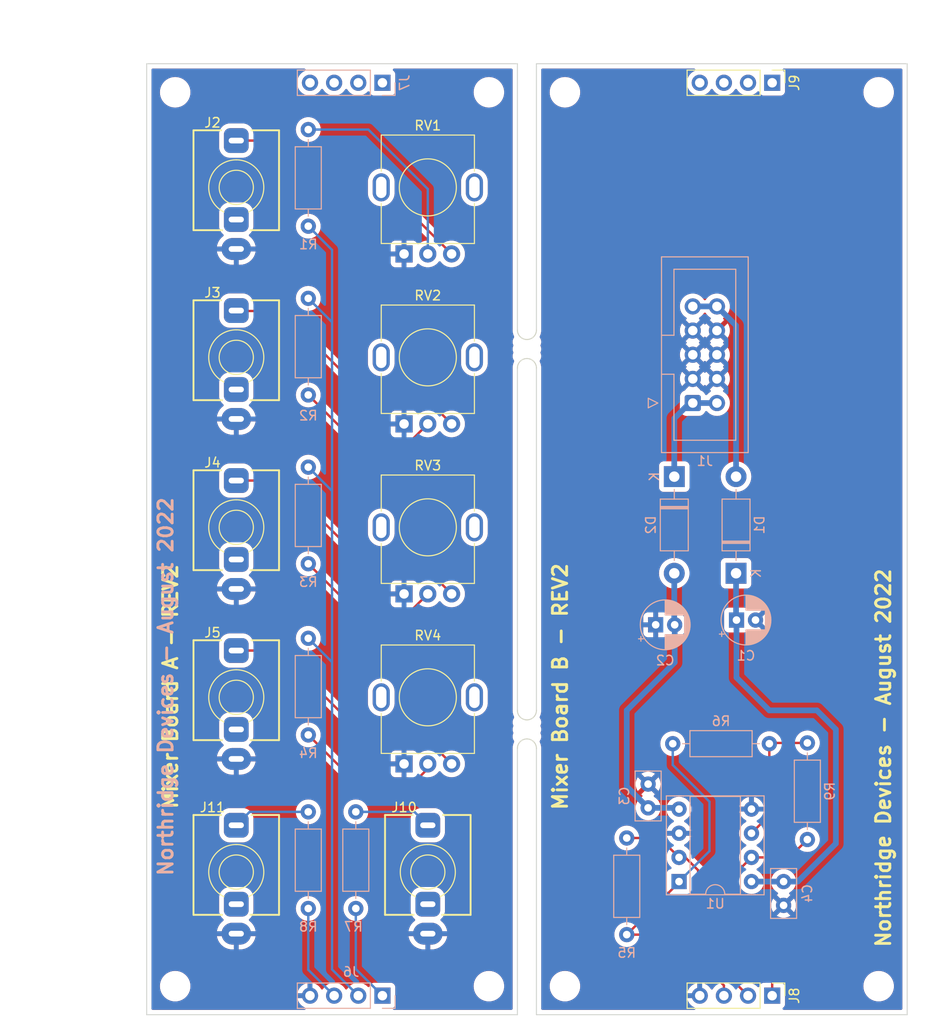
<source format=kicad_pcb>
(kicad_pcb (version 20211014) (generator pcbnew)
  (layers (0 "F.Cu" signal) (31 "B.Cu" signal) (34 "B.Paste" user) (35 "F.Paste" user) (36 "B.SilkS" user "B.Silkscreen") (37 "F.SilkS" user "F.Silkscreen") (38 "B.Mask" user) (39 "F.Mask" user) (44 "Edge.Cuts" user))
  (net 0 "")
  (net 1 "+12V")
  (net 2 "GND")
  (net 3 "-12V")
  (net 4 "Net-(D1-Pad2)")
  (net 5 "Net-(D2-Pad1)")
  (net 6 "Net-(J2-PadT)")
  (net 8 "Net-(J3-PadT)")
  (net 10 "Net-(J4-PadT)")
  (net 12 "Net-(J5-PadT)")
  (net 14 "Net-(R1-Pad2)")
  (net 15 "Net-(R2-Pad1)")
  (net 16 "Net-(R3-Pad1)")
  (net 17 "Net-(R4-Pad1)")
  (net 18 "Net-(R6-Pad1)")
  (net 19 "OUTPUT")
  (net 20 "OUTPUT_INV")
  (net 21 "INPUT_MIX")
  (net 22 "OUTPUT_BACK")
  (net 23 "INPUT_MIX_BACK")
  (net 24 "OUTPUT_INV_BACK")
  (net 33 "Net-(J10-PadT)")
  (net 35 "Net-(J11-PadT)")
  (footprint "Alpha_Pots:Potentiometer_Alpha_RV09AF-40-20K_Single_Vertical" (layer "F.Cu") (at 119.575 68.75)
    (fp_text reference "RV3" (at 0 -6.5 unlocked) (layer "F.SilkS"))
    (fp_text value "R_Potentiometer")
    (pad "" thru_hole oval locked (at -4.9 0) (size 1.8 2.95) (drill oval 1.1 2.25) (layers *.Cu *.Mask))
    (pad "" thru_hole oval locked (at 4.9 0) (size 1.8 2.95) (drill oval 1.1 2.25) (layers *.Cu *.Mask))
    (pad "1" thru_hole rect locked (at -2.5 7 90) (size 1.8 1.8) (drill 1) (layers *.Cu *.Mask) (net 2 "GND"))
    (pad "2" thru_hole circle locked (at 0 7 90) (size 1.8 1.8) (drill 1) (layers *.Cu *.Mask) (net 16 "Net-(R3-Pad1)"))
    (pad "3" thru_hole circle locked (at 2.5 7 90) (size 1.8 1.8) (drill 1) (layers *.Cu *.Mask) (net 10 "Net-(J4-PadT)"))
  )
  (footprint "MountingHole:MountingHole_2.2mm_M2" (layer "F.Cu") (at 134 23)
    (fp_text reference "H7" hide)
    (fp_text value "MountingHole" hide)
    (pad "" np_thru_hole circle locked (at 0 0) (size 2.2 2.2) (drill 2.2) (layers *.Cu *.Mask))
  )
  (footprint "Connector_PinHeader_2.54mm:PinHeader_1x04_P2.54mm_Vertical" (layer "F.Cu") (at 155.8 22 -90)
    (fp_text reference "J9" (at 0 -2.33 90) (layer "F.SilkS"))
    (fp_text value "Back_Board_Balance" hide)
    (pad "1" thru_hole rect (at 0 0 270) (size 1.7 1.7) (drill 1) (layers *.Cu *.Mask))
    (pad "2" thru_hole oval (at 0 2.54 270) (size 1.7 1.7) (drill 1) (layers *.Cu *.Mask))
    (pad "3" thru_hole oval (at 0 5.08 270) (size 1.7 1.7) (drill 1) (layers *.Cu *.Mask))
    (pad "4" thru_hole oval (at 0 7.62 270) (size 1.7 1.7) (drill 1) (layers *.Cu *.Mask))
  )
  (footprint "AudioJacks:Jack_3.5mm_QingPu_WQP-PJ398SM_Vertical" (layer "F.Cu") (at 99.425 105)
    (fp_text reference "J11" (at -2.5 -6.8) (layer "F.SilkS"))
    (fp_text value "Inverted")
    (pad "S" thru_hole oval locked (at 0 6.48) (size 3.1 2.3) (drill oval 1.6 0.6) (layers *.Cu *.Mask) (net 2 "GND"))
    (pad "T" thru_hole roundrect locked (at 0 -4.92) (size 2.6 2.6) (drill oval 1.6 0.6) (layers *.Cu *.Mask) (net 35 "Net-(J11-PadT)"))
    (pad "TN" thru_hole roundrect locked (at 0 3.38) (size 2.6 2.6) (drill oval 1.6 0.6) (layers *.Cu *.Mask))
  )
  (footprint "AudioJacks:Jack_3.5mm_QingPu_WQP-PJ398SM_Vertical" (layer "F.Cu") (at 99.425 33)
    (fp_text reference "J2" (at -2.5 -6.8) (layer "F.SilkS"))
    (fp_text value "Input 1")
    (pad "S" thru_hole oval locked (at 0 6.48) (size 3.1 2.3) (drill oval 1.6 0.6) (layers *.Cu *.Mask) (net 2 "GND"))
    (pad "T" thru_hole roundrect locked (at 0 -4.92) (size 2.6 2.6) (drill oval 1.6 0.6) (layers *.Cu *.Mask) (net 6 "Net-(J2-PadT)"))
    (pad "TN" thru_hole roundrect locked (at 0 3.38) (size 2.6 2.6) (drill oval 1.6 0.6) (layers *.Cu *.Mask))
  )
  (footprint "Alpha_Pots:Potentiometer_Alpha_RV09AF-40-20K_Single_Vertical" (layer "F.Cu") (at 119.575 50.875)
    (fp_text reference "RV2" (at 0 -6.5 unlocked) (layer "F.SilkS"))
    (fp_text value "R_Potentiometer")
    (pad "" thru_hole oval locked (at -4.9 0) (size 1.8 2.95) (drill oval 1.1 2.25) (layers *.Cu *.Mask))
    (pad "" thru_hole oval locked (at 4.9 0) (size 1.8 2.95) (drill oval 1.1 2.25) (layers *.Cu *.Mask))
    (pad "1" thru_hole rect locked (at -2.5 7 90) (size 1.8 1.8) (drill 1) (layers *.Cu *.Mask) (net 2 "GND"))
    (pad "2" thru_hole circle locked (at 0 7 90) (size 1.8 1.8) (drill 1) (layers *.Cu *.Mask) (net 15 "Net-(R2-Pad1)"))
    (pad "3" thru_hole circle locked (at 2.5 7 90) (size 1.8 1.8) (drill 1) (layers *.Cu *.Mask) (net 8 "Net-(J3-PadT)"))
  )
  (footprint "Alpha_Pots:Potentiometer_Alpha_RV09AF-40-20K_Single_Vertical" (layer "F.Cu") (at 119.575 86.625)
    (fp_text reference "RV4" (at 0 -6.5 unlocked) (layer "F.SilkS"))
    (fp_text value "R_Potentiometer")
    (pad "" thru_hole oval locked (at 4.9 0) (size 1.8 2.95) (drill oval 1.1 2.25) (layers *.Cu *.Mask))
    (pad "" thru_hole oval locked (at -4.9 0) (size 1.8 2.95) (drill oval 1.1 2.25) (layers *.Cu *.Mask))
    (pad "1" thru_hole rect locked (at -2.5 7 90) (size 1.8 1.8) (drill 1) (layers *.Cu *.Mask) (net 2 "GND"))
    (pad "2" thru_hole circle locked (at 0 7 90) (size 1.8 1.8) (drill 1) (layers *.Cu *.Mask) (net 17 "Net-(R4-Pad1)"))
    (pad "3" thru_hole circle locked (at 2.5 7 90) (size 1.8 1.8) (drill 1) (layers *.Cu *.Mask) (net 12 "Net-(J5-PadT)"))
  )
  (footprint "AudioJacks:Jack_3.5mm_QingPu_WQP-PJ398SM_Vertical" (layer "F.Cu") (at 119.575 105)
    (fp_text reference "J10" (at -2.5 -6.8) (layer "F.SilkS"))
    (fp_text value "Output")
    (pad "S" thru_hole oval locked (at 0 6.48) (size 3.1 2.3) (drill oval 1.6 0.6) (layers *.Cu *.Mask) (net 2 "GND"))
    (pad "T" thru_hole roundrect locked (at 0 -4.92) (size 2.6 2.6) (drill oval 1.6 0.6) (layers *.Cu *.Mask) (net 33 "Net-(J10-PadT)"))
    (pad "TN" thru_hole roundrect locked (at 0 3.38) (size 2.6 2.6) (drill oval 1.6 0.6) (layers *.Cu *.Mask))
  )
  (footprint "MountingHole:MountingHole_2.2mm_M2" (layer "F.Cu") (at 167 117)
    (fp_text reference "H6" hide)
    (fp_text value "MountingHole" hide)
    (pad "" np_thru_hole circle locked (at 0 0) (size 2.2 2.2) (drill 2.2) (layers *.Cu *.Mask))
  )
  (footprint "AudioJacks:Jack_3.5mm_QingPu_WQP-PJ398SM_Vertical" (layer "F.Cu") (at 99.425 86.625)
    (fp_text reference "J5" (at -2.5 -6.8) (layer "F.SilkS"))
    (fp_text value "Input 4")
    (pad "S" thru_hole oval locked (at 0 6.48) (size 3.1 2.3) (drill oval 1.6 0.6) (layers *.Cu *.Mask) (net 2 "GND"))
    (pad "T" thru_hole roundrect locked (at 0 -4.92) (size 2.6 2.6) (drill oval 1.6 0.6) (layers *.Cu *.Mask) (net 12 "Net-(J5-PadT)"))
    (pad "TN" thru_hole roundrect locked (at 0 3.38) (size 2.6 2.6) (drill oval 1.6 0.6) (layers *.Cu *.Mask))
  )
  (footprint "AudioJacks:Jack_3.5mm_QingPu_WQP-PJ398SM_Vertical" (layer "F.Cu") (at 99.425 50.875)
    (fp_text reference "J3" (at -2.5 -6.8) (layer "F.SilkS"))
    (fp_text value "Input 2")
    (pad "S" thru_hole oval locked (at 0 6.48) (size 3.1 2.3) (drill oval 1.6 0.6) (layers *.Cu *.Mask) (net 2 "GND"))
    (pad "T" thru_hole roundrect locked (at 0 -4.92) (size 2.6 2.6) (drill oval 1.6 0.6) (layers *.Cu *.Mask) (net 8 "Net-(J3-PadT)"))
    (pad "TN" thru_hole roundrect locked (at 0 3.38) (size 2.6 2.6) (drill oval 1.6 0.6) (layers *.Cu *.Mask))
  )
  (footprint "MountingHole:MountingHole_2.2mm_M2" (layer "F.Cu") (at 93 23)
    (fp_text reference "H3" hide)
    (fp_text value "MountingHole" hide)
    (pad "" np_thru_hole circle locked (at 0 0) (size 2.2 2.2) (drill 2.2) (layers *.Cu *.Mask))
  )
  (footprint "Connector_PinHeader_2.54mm:PinHeader_1x04_P2.54mm_Vertical" (layer "F.Cu") (at 155.8 118 -90)
    (fp_text reference "J8" (at 0 -2.33 90) (layer "F.SilkS"))
    (fp_text value "Back_Board_Conn" hide)
    (pad "1" thru_hole rect (at 0 0 270) (size 1.7 1.7) (drill 1) (layers *.Cu *.Mask) (net 22 "OUTPUT_BACK"))
    (pad "2" thru_hole oval (at 0 2.54 270) (size 1.7 1.7) (drill 1) (layers *.Cu *.Mask) (net 23 "INPUT_MIX_BACK"))
    (pad "3" thru_hole oval (at 0 5.08 270) (size 1.7 1.7) (drill 1) (layers *.Cu *.Mask) (net 24 "OUTPUT_INV_BACK"))
    (pad "4" thru_hole oval (at 0 7.62 270) (size 1.7 1.7) (drill 1) (layers *.Cu *.Mask) (net 2 "GND"))
  )
  (footprint "MountingHole:MountingHole_2.2mm_M2" (layer "F.Cu") (at 93 117)
    (fp_text reference "H1" hide)
    (fp_text value "MountingHole" hide)
    (pad "" np_thru_hole circle locked (at 0 0) (size 2.2 2.2) (drill 2.2) (layers *.Cu *.Mask))
  )
  (footprint "MountingHole:MountingHole_2.2mm_M2" (layer "F.Cu") (at 126 117)
    (fp_text reference "H2" hide)
    (fp_text value "MountingHole" hide)
    (pad "" np_thru_hole circle locked (at 0 0) (size 2.2 2.2) (drill 2.2) (layers *.Cu *.Mask))
  )
  (footprint "Panelization:mouse-bite-2mm-slot" (layer "F.Cu") (at 130 90 90)
    (fp_text reference "mouse-bite-2mm-slot" hide)
    (fp_text value "VAL**" hide)
    (pad "" np_thru_hole circle locked (at -0.75 -0.75 90) (size 0.5 0.5) (drill 0.5) (layers *.Cu *.Mask))
    (pad "" np_thru_hole circle locked (at 0.75 0.75 90) (size 0.5 0.5) (drill 0.5) (layers *.Cu *.Mask))
    (pad "" np_thru_hole circle locked (at 0.75 -0.75 90) (size 0.5 0.5) (drill 0.5) (layers *.Cu *.Mask))
    (pad "" np_thru_hole circle locked (at -0.75 0.75 90) (size 0.5 0.5) (drill 0.5) (layers *.Cu *.Mask))
    (pad "" np_thru_hole circle locked (at 0 -0.75 90) (size 0.5 0.5) (drill 0.5) (layers *.Cu *.Mask))
    (pad "" np_thru_hole circle locked (at 0 0.75 90) (size 0.5 0.5) (drill 0.5) (layers *.Cu *.Mask))
  )
  (footprint "MountingHole:MountingHole_2.2mm_M2" (layer "F.Cu") (at 134 117)
    (fp_text reference "H5" hide)
    (fp_text value "MountingHole" hide)
    (pad "" np_thru_hole circle locked (at 0 0) (size 2.2 2.2) (drill 2.2) (layers *.Cu *.Mask))
  )
  (footprint "MountingHole:MountingHole_2.2mm_M2" (layer "F.Cu") (at 126 23)
    (fp_text reference "H4" hide)
    (fp_text value "MountingHole" hide)
    (pad "" np_thru_hole circle locked (at 0 0) (size 2.2 2.2) (drill 2.2) (layers *.Cu *.Mask))
  )
  (footprint "Panelization:mouse-bite-2mm-slot" (layer "F.Cu") (at 130 50 90)
    (fp_text reference "mouse-bite-2mm-slot" hide)
    (fp_text value "VAL**" hide)
    (pad "" np_thru_hole circle locked (at 0.75 -0.75 90) (size 0.5 0.5) (drill 0.5) (layers *.Cu *.Mask))
    (pad "" np_thru_hole circle locked (at 0 -0.75 90) (size 0.5 0.5) (drill 0.5) (layers *.Cu *.Mask))
    (pad "" np_thru_hole circle locked (at 0 0.75 90) (size 0.5 0.5) (drill 0.5) (layers *.Cu *.Mask))
    (pad "" np_thru_hole circle locked (at -0.75 -0.75 90) (size 0.5 0.5) (drill 0.5) (layers *.Cu *.Mask))
    (pad "" np_thru_hole circle locked (at 0.75 0.75 90) (size 0.5 0.5) (drill 0.5) (layers *.Cu *.Mask))
    (pad "" np_thru_hole circle locked (at -0.75 0.75 90) (size 0.5 0.5) (drill 0.5) (layers *.Cu *.Mask))
  )
  (footprint "MountingHole:MountingHole_2.2mm_M2" (layer "F.Cu") (at 167 23)
    (fp_text reference "H8" hide)
    (fp_text value "MountingHole" hide)
    (pad "" np_thru_hole circle locked (at 0 0) (size 2.2 2.2) (drill 2.2) (layers *.Cu *.Mask))
  )
  (footprint "Alpha_Pots:Potentiometer_Alpha_RV09AF-40-20K_Single_Vertical" (layer "F.Cu") (at 119.575 33)
    (fp_text reference "RV1" (at 0 -6.5 unlocked) (layer "F.SilkS"))
    (fp_text value "R_Potentiometer")
    (pad "" thru_hole oval locked (at -4.9 0) (size 1.8 2.95) (drill oval 1.1 2.25) (layers *.Cu *.Mask))
    (pad "" thru_hole oval locked (at 4.9 0) (size 1.8 2.95) (drill oval 1.1 2.25) (layers *.Cu *.Mask))
    (pad "1" thru_hole rect locked (at -2.5 7 90) (size 1.8 1.8) (drill 1) (layers *.Cu *.Mask) (net 2 "GND"))
    (pad "2" thru_hole circle locked (at 0 7 90) (size 1.8 1.8) (drill 1) (layers *.Cu *.Mask) (net 14 "Net-(R1-Pad2)"))
    (pad "3" thru_hole circle locked (at 2.5 7 90) (size 1.8 1.8) (drill 1) (layers *.Cu *.Mask) (net 6 "Net-(J2-PadT)"))
  )
  (footprint "AudioJacks:Jack_3.5mm_QingPu_WQP-PJ398SM_Vertical" (layer "F.Cu") (at 99.425 68.75)
    (fp_text reference "J4" (at -2.5 -6.8) (layer "F.SilkS"))
    (fp_text value "Input 3")
    (pad "S" thru_hole oval locked (at 0 6.48) (size 3.1 2.3) (drill oval 1.6 0.6) (layers *.Cu *.Mask) (net 2 "GND"))
    (pad "T" thru_hole roundrect locked (at 0 -4.92) (size 2.6 2.6) (drill oval 1.6 0.6) (layers *.Cu *.Mask) (net 10 "Net-(J4-PadT)"))
    (pad "TN" thru_hole roundrect locked (at 0 3.38) (size 2.6 2.6) (drill oval 1.6 0.6) (layers *.Cu *.Mask))
  )
  (footprint "Connector_PinHeader_2.54mm:PinHeader_1x04_P2.54mm_Vertical" (layer "B.Cu") (at 114.8 22 90)
    (fp_text reference "J7" (at 0 2.33 90) (layer "B.SilkS") (effects (justify mirror)))
    (fp_text value "Front_Board_Balance" hide)
    (pad "1" thru_hole rect (at 0 0 90) (size 1.7 1.7) (drill 1) (layers *.Cu *.Mask))
    (pad "2" thru_hole oval (at 0 -2.54 90) (size 1.7 1.7) (drill 1) (layers *.Cu *.Mask))
    (pad "3" thru_hole oval (at 0 -5.08 90) (size 1.7 1.7) (drill 1) (layers *.Cu *.Mask))
    (pad "4" thru_hole oval (at 0 -7.62 90) (size 1.7 1.7) (drill 1) (layers *.Cu *.Mask))
  )
  (footprint "Resistor_THT:R_Axial_DIN0207_L6.3mm_D2.5mm_P10.16mm_Horizontal" (layer "B.Cu") (at 107 72.58 90)
    (fp_text reference "R3" (at -1.92 0 180) (layer "B.SilkS") (effects (justify mirror)))
    (fp_text value "100k")
    (pad "1" thru_hole circle (at 0 0 90) (size 1.6 1.6) (drill 0.8) (layers *.Cu *.Mask) (net 16 "Net-(R3-Pad1)"))
    (pad "2" thru_hole oval (at 10.16 0 90) (size 1.6 1.6) (drill 0.8) (layers *.Cu *.Mask) (net 21 "INPUT_MIX"))
  )
  (footprint "Capacitor_THT:CP_Radial_D5.0mm_P2.00mm" (layer "B.Cu") (at 152.044888 78.5)
    (fp_text reference "C1" (at 1 3.75) (layer "B.SilkS") (effects (justify mirror)))
    (fp_text value "10uF")
    (pad "1" thru_hole rect (at 0 0) (size 1.6 1.6) (drill 0.8) (layers *.Cu *.Mask) (net 1 "+12V"))
    (pad "2" thru_hole circle (at 2 0) (size 1.6 1.6) (drill 0.8) (layers *.Cu *.Mask) (net 2 "GND"))
  )
  (footprint "Resistor_THT:R_Axial_DIN0207_L6.3mm_D2.5mm_P10.16mm_Horizontal" (layer "B.Cu") (at 140.5 111.58 90)
    (fp_text reference "R5" (at -1.92 0) (layer "B.SilkS") (effects (justify mirror)))
    (fp_text value "100k")
    (pad "1" thru_hole circle (at 0 0 90) (size 1.6 1.6) (drill 0.8) (layers *.Cu *.Mask) (net 24 "OUTPUT_INV_BACK"))
    (pad "2" thru_hole oval (at 10.16 0 90) (size 1.6 1.6) (drill 0.8) (layers *.Cu *.Mask) (net 23 "INPUT_MIX_BACK"))
  )
  (footprint "Resistor_THT:R_Axial_DIN0207_L6.3mm_D2.5mm_P10.16mm_Horizontal" (layer "B.Cu") (at 107 37.08 90)
    (fp_text reference "R1" (at -1.92 0 180) (layer "B.SilkS") (effects (justify mirror)))
    (fp_text value "100k")
    (pad "1" thru_hole circle (at 0 0 90) (size 1.6 1.6) (drill 0.8) (layers *.Cu *.Mask) (net 21 "INPUT_MIX"))
    (pad "2" thru_hole oval (at 10.16 0 90) (size 1.6 1.6) (drill 0.8) (layers *.Cu *.Mask) (net 14 "Net-(R1-Pad2)"))
  )
  (footprint "Connector_PinHeader_2.54mm:PinHeader_1x04_P2.54mm_Vertical" (layer "B.Cu") (at 114.8 118 90)
    (fp_text reference "J6" (at 2.5 -3.3 180) (layer "B.SilkS") (effects (justify mirror)))
    (fp_text value "Front_Board_Con" hide)
    (pad "1" thru_hole rect (at 0 0 90) (size 1.7 1.7) (drill 1) (layers *.Cu *.Mask) (net 19 "OUTPUT"))
    (pad "2" thru_hole oval (at 0 -2.54 90) (size 1.7 1.7) (drill 1) (layers *.Cu *.Mask) (net 21 "INPUT_MIX"))
    (pad "3" thru_hole oval (at 0 -5.08 90) (size 1.7 1.7) (drill 1) (layers *.Cu *.Mask) (net 20 "OUTPUT_INV"))
    (pad "4" thru_hole oval (at 0 -7.62 90) (size 1.7 1.7) (drill 1) (layers *.Cu *.Mask) (net 2 "GND"))
  )
  (footprint "Resistor_THT:R_Axial_DIN0207_L6.3mm_D2.5mm_P10.16mm_Horizontal" (layer "B.Cu") (at 107 54.83 90)
    (fp_text reference "R2" (at -2.17 0 180) (layer "B.SilkS") (effects (justify mirror)))
    (fp_text value "100k")
    (pad "1" thru_hole circle (at 0 0 90) (size 1.6 1.6) (drill 0.8) (layers *.Cu *.Mask) (net 15 "Net-(R2-Pad1)"))
    (pad "2" thru_hole oval (at 10.16 0 90) (size 1.6 1.6) (drill 0.8) (layers *.Cu *.Mask) (net 21 "INPUT_MIX"))
  )
  (footprint "Capacitor_THT:CP_Radial_D5.0mm_P2.00mm" (layer "B.Cu") (at 143.544888 79)
    (fp_text reference "C2" (at 1 3.75) (layer "B.SilkS") (effects (justify mirror)))
    (fp_text value "10uF")
    (pad "1" thru_hole rect (at 0 0) (size 1.6 1.6) (drill 0.8) (layers *.Cu *.Mask) (net 2 "GND"))
    (pad "2" thru_hole circle (at 2 0) (size 1.6 1.6) (drill 0.8) (layers *.Cu *.Mask) (net 3 "-12V"))
  )
  (footprint "Diode_THT:D_DO-41_SOD81_P10.16mm_Horizontal" (layer "B.Cu") (at 145.5 63.42 -90)
    (fp_text reference "D2" (at 5.08 2.47 90) (layer "B.SilkS") (effects (justify mirror)))
    (fp_text value "1N5818")
    (fp_text user "K" (at 0 2.1 90) (layer "B.SilkS") (effects (justify mirror)))
    (pad "1" thru_hole rect (at 0 0 270) (size 2.2 2.2) (drill 1.1) (layers *.Cu *.Mask) (net 5 "Net-(D2-Pad1)"))
    (pad "2" thru_hole oval (at 10.16 0 270) (size 2.2 2.2) (drill 1.1) (layers *.Cu *.Mask) (net 3 "-12V"))
  )
  (footprint "Resistor_THT:R_Axial_DIN0207_L6.3mm_D2.5mm_P10.16mm_Horizontal" (layer "B.Cu") (at 107 90.58 90)
    (fp_text reference "R4" (at -1.92 0 180) (layer "B.SilkS") (effects (justify mirror)))
    (fp_text value "100k")
    (pad "1" thru_hole circle (at 0 0 90) (size 1.6 1.6) (drill 0.8) (layers *.Cu *.Mask) (net 17 "Net-(R4-Pad1)"))
    (pad "2" thru_hole oval (at 10.16 0 90) (size 1.6 1.6) (drill 0.8) (layers *.Cu *.Mask) (net 21 "INPUT_MIX"))
  )
  (footprint "Resistor_THT:R_Axial_DIN0207_L6.3mm_D2.5mm_P10.16mm_Horizontal" (layer "B.Cu") (at 112 108.83 90)
    (fp_text reference "R7" (at -1.92 -0.25 180) (layer "B.SilkS") (effects (justify mirror)))
    (fp_text value "1k")
    (pad "1" thru_hole circle (at 0 0 90) (size 1.6 1.6) (drill 0.8) (layers *.Cu *.Mask) (net 19 "OUTPUT"))
    (pad "2" thru_hole oval (at 10.16 0 90) (size 1.6 1.6) (drill 0.8) (layers *.Cu *.Mask) (net 33 "Net-(J10-PadT)"))
  )
  (footprint "Resistor_THT:R_Axial_DIN0207_L6.3mm_D2.5mm_P10.16mm_Horizontal" (layer "B.Cu") (at 155.5 91.5 180)
    (fp_text reference "R6" (at 5.08 2.37) (layer "B.SilkS") (effects (justify mirror)))
    (fp_text value "100k")
    (pad "1" thru_hole circle (at 0 0 180) (size 1.6 1.6) (drill 0.8) (layers *.Cu *.Mask) (net 18 "Net-(R6-Pad1)"))
    (pad "2" thru_hole oval (at 10.16 0 180) (size 1.6 1.6) (drill 0.8) (layers *.Cu *.Mask) (net 24 "OUTPUT_INV_BACK"))
  )
  (footprint "Diode_THT:D_DO-41_SOD81_P10.16mm_Horizontal" (layer "B.Cu") (at 152 73.58 90)
    (fp_text reference "D1" (at 5.08 2.47 90) (layer "B.SilkS") (effects (justify mirror)))
    (fp_text value "1N5818")
    (fp_text user "K" (at 0 2.1 90) (layer "B.SilkS") (effects (justify mirror)))
    (pad "1" thru_hole rect (at 0 0 90) (size 2.2 2.2) (drill 1.1) (layers *.Cu *.Mask) (net 1 "+12V"))
    (pad "2" thru_hole oval (at 10.16 0 90) (size 2.2 2.2) (drill 1.1) (layers *.Cu *.Mask) (net 4 "Net-(D1-Pad2)"))
  )
  (footprint "Capacitor_THT:C_Disc_D5.0mm_W2.5mm_P2.50mm" (layer "B.Cu") (at 157 106 -90)
    (fp_text reference "C4" (at 1.25 -2.5 90) (layer "B.SilkS") (effects (justify mirror)))
    (fp_text value "0.1uF" hide)
    (pad "1" thru_hole circle (at 0 0 270) (size 1.6 1.6) (drill 0.8) (layers *.Cu *.Mask) (net 1 "+12V"))
    (pad "2" thru_hole circle (at 2.5 0 270) (size 1.6 1.6) (drill 0.8) (layers *.Cu *.Mask) (net 2 "GND"))
  )
  (footprint "Package_DIP:DIP-8_W7.62mm_Socket" (layer "B.Cu") (at 146 106)
    (fp_text reference "U1" (at 3.81 2.33) (layer "B.SilkS") (effects (justify mirror)))
    (fp_text value "TL072")
    (pad "1" thru_hole rect (at 0 0) (size 1.6 1.6) (drill 0.8) (layers *.Cu *.Mask) (net 24 "OUTPUT_INV_BACK"))
    (pad "2" thru_hole oval (at 0 -2.54) (size 1.6 1.6) (drill 0.8) (layers *.Cu *.Mask) (net 23 "INPUT_MIX_BACK"))
    (pad "3" thru_hole oval (at 0 -5.08) (size 1.6 1.6) (drill 0.8) (layers *.Cu *.Mask) (net 2 "GND"))
    (pad "4" thru_hole oval (at 0 -7.62) (size 1.6 1.6) (drill 0.8) (layers *.Cu *.Mask) (net 3 "-12V"))
    (pad "5" thru_hole oval (at 7.62 -7.62) (size 1.6 1.6) (drill 0.8) (layers *.Cu *.Mask) (net 2 "GND"))
    (pad "6" thru_hole oval (at 7.62 -5.08) (size 1.6 1.6) (drill 0.8) (layers *.Cu *.Mask) (net 18 "Net-(R6-Pad1)"))
    (pad "7" thru_hole oval (at 7.62 -2.54) (size 1.6 1.6) (drill 0.8) (layers *.Cu *.Mask) (net 22 "OUTPUT_BACK"))
    (pad "8" thru_hole oval (at 7.62 0) (size 1.6 1.6) (drill 0.8) (layers *.Cu *.Mask) (net 1 "+12V"))
  )
  (footprint "Resistor_THT:R_Axial_DIN0207_L6.3mm_D2.5mm_P10.16mm_Horizontal" (layer "B.Cu") (at 159.5 101.58 90)
    (fp_text reference "R9" (at 5.08 2.37 90) (layer "B.SilkS") (effects (justify mirror)))
    (fp_text value "100k")
    (pad "1" thru_hole circle (at 0 0 90) (size 1.6 1.6) (drill 0.8) (layers *.Cu *.Mask) (net 22 "OUTPUT_BACK"))
    (pad "2" thru_hole oval (at 10.16 0 90) (size 1.6 1.6) (drill 0.8) (layers *.Cu *.Mask) (net 18 "Net-(R6-Pad1)"))
  )
  (footprint "Connector_IDC:IDC-Header_2x05_P2.54mm_Vertical" (layer "B.Cu") (at 147.4475 55.68)
    (fp_text reference "J1" (at 1.27 6.1) (layer "B.SilkS") (effects (justify mirror)))
    (fp_text value "Power Connector")
    (pad "1" thru_hole roundrect (at 0 0) (size 1.7 1.7) (drill 1) (layers *.Cu *.Mask) (roundrect_rratio 0.1470588235) (net 5 "Net-(D2-Pad1)"))
    (pad "2" thru_hole circle (at 2.54 0) (size 1.7 1.7) (drill 1) (layers *.Cu *.Mask) (net 5 "Net-(D2-Pad1)"))
    (pad "3" thru_hole circle (at 0 -2.54) (size 1.7 1.7) (drill 1) (layers *.Cu *.Mask) (net 2 "GND"))
    (pad "4" thru_hole circle (at 2.54 -2.54) (size 1.7 1.7) (drill 1) (layers *.Cu *.Mask) (net 2 "GND"))
    (pad "5" thru_hole circle (at 0 -5.08) (size 1.7 1.7) (drill 1) (layers *.Cu *.Mask) (net 2 "GND"))
    (pad "6" thru_hole circle (at 2.54 -5.08) (size 1.7 1.7) (drill 1) (layers *.Cu *.Mask) (net 2 "GND"))
    (pad "7" thru_hole circle (at 0 -7.62) (size 1.7 1.7) (drill 1) (layers *.Cu *.Mask) (net 2 "GND"))
    (pad "8" thru_hole circle (at 2.54 -7.62) (size 1.7 1.7) (drill 1) (layers *.Cu *.Mask) (net 2 "GND"))
    (pad "9" thru_hole circle (at 0 -10.16) (size 1.7 1.7) (drill 1) (layers *.Cu *.Mask) (net 4 "Net-(D1-Pad2)"))
    (pad "10" thru_hole circle (at 2.54 -10.16) (size 1.7 1.7) (drill 1) (layers *.Cu *.Mask) (net 4 "Net-(D1-Pad2)"))
  )
  (footprint "Resistor_THT:R_Axial_DIN0207_L6.3mm_D2.5mm_P10.16mm_Horizontal" (layer "B.Cu") (at 107 108.83 90)
    (fp_text reference "R8" (at -1.92 0 180) (layer "B.SilkS") (effects (justify mirror)))
    (fp_text value "1k")
    (pad "1" thru_hole circle (at 0 0 90) (size 1.6 1.6) (drill 0.8) (layers *.Cu *.Mask) (net 20 "OUTPUT_INV"))
    (pad "2" thru_hole oval (at 10.16 0 90) (size 1.6 1.6) (drill 0.8) (layers *.Cu *.Mask) (net 35 "Net-(J11-PadT)"))
  )
  (footprint "Capacitor_THT:C_Disc_D5.0mm_W2.5mm_P2.50mm" (layer "B.Cu") (at 142.75 98.25 90)
    (fp_text reference "C3" (at 1.25 -2.5 90) (layer "B.SilkS") (effects (justify mirror)))
    (fp_text value "0.1uF" hide)
    (pad "1" thru_hole circle (at 0 0 90) (size 1.6 1.6) (drill 0.8) (layers *.Cu *.Mask) (net 3 "-12V"))
    (pad "2" thru_hole circle (at 2.5 0 90) (size 1.6 1.6) (drill 0.8) (layers *.Cu *.Mask) (net 2 "GND"))
  )
  (gr_line (start 129 20) (end 129 48) (layer "Edge.Cuts") (width 0.1))
  (gr_arc locked (start 131 48) (mid 130 49) (end 129 48) (layer "Edge.Cuts") (width 0.1))
  (gr_line (start 129 52) (end 129 88) (layer "Edge.Cuts") (width 0.1))
  (gr_line locked (start 90 20) (end 90 120) (layer "Edge.Cuts") (width 0.1))
  (gr_line (start 131 52) (end 131 88) (layer "Edge.Cuts") (width 0.1))
  (gr_line locked (start 129 120) (end 129 92) (layer "Edge.Cuts") (width 0.1))
  (gr_line locked (start 90 120) (end 129 120) (layer "Edge.Cuts") (width 0.1))
  (gr_line locked (start 129 20) (end 90 20) (layer "Edge.Cuts") (width 0.1))
  (gr_line locked (start 170 20) (end 131 20) (layer "Edge.Cuts") (width 0.1))
  (gr_arc locked (start 129 92) (mid 130 91) (end 131 92) (layer "Edge.Cuts") (width 0.1))
  (gr_line locked (start 170 120) (end 170 20) (layer "Edge.Cuts") (width 0.1))
  (gr_line (start 131 48) (end 131 20) (layer "Edge.Cuts") (width 0.1))
  (gr_arc locked (start 131 88) (mid 130 89) (end 129 88) (layer "Edge.Cuts") (width 0.1))
  (gr_line locked (start 131 92) (end 131 120) (layer "Edge.Cuts") (width 0.1))
  (gr_line locked (start 170 120) (end 131 120) (layer "Edge.Cuts") (width 0.1))
  (gr_arc locked (start 129 52) (mid 130 51) (end 131 52) (layer "Edge.Cuts") (width 0.1))
  (gr_text "Northridge Devices - August 2022" (at 92 85.5 90) (layer "B.SilkS") (effects (font (size 1.5 1.5) (thickness 0.3))))
  (gr_text "Northridge Devices - August 2022" (at 167.5 93 90) (layer "F.SilkS") (effects (font (size 1.5 1.5) (thickness 0.3))))
  (gr_text "Mixer Board A - REV2" (at 92.5 85.5 90) (layer "F.SilkS") (effects (font (size 1.5 1.5) (thickness 0.3))))
  (gr_text "Mixer Board B - REV2" (at 133.5 85.5 90) (layer "F.SilkS") (effects (font (size 1.5 1.5) (thickness 0.3))))
  (segment (start 162.5 102) (end 158.5 106) (width 0.6) (layer "B.Cu") (net 1))
  (segment (start 152.044888 84.544888) (end 155.5 88) (width 0.6) (layer "B.Cu") (net 1))
  (segment (start 162.5 90) (end 162.5 102) (width 0.6) (layer "B.Cu") (net 1))
  (segment (start 152 73.58) (end 152 78.455112) (width 0.6) (layer "B.Cu") (net 1))
  (segment (start 157 106) (end 153.62 106) (width 0.6) (layer "B.Cu") (net 1))
  (segment (start 158.5 106) (end 157 106) (width 0.6) (layer "B.Cu") (net 1))
  (segment (start 155.5 88) (end 160.5 88) (width 0.6) (layer "B.Cu") (net 1))
  (segment (start 152.044888 78.5) (end 152.044888 84.544888) (width 0.6) (layer "B.Cu") (net 1))
  (segment (start 160.5 88) (end 162.5 90) (width 0.6) (layer "B.Cu") (net 1))
  (segment (start 140.5 88) (end 140.5 96) (width 0.6) (layer "B.Cu") (net 3))
  (segment (start 145.544888 82.955112) (end 140.5 88) (width 0.6) (layer "B.Cu") (net 3))
  (segment (start 140.5 96) (end 142.75 98.25) (width 0.6) (layer "B.Cu") (net 3))
  (segment (start 145.544888 79) (end 145.544888 82.955112) (width 0.6) (layer "B.Cu") (net 3))
  (segment (start 145.5 73.58) (end 145.5 78.955112) (width 0.6) (layer "B.Cu") (net 3))
  (segment (start 142.75 98.25) (end 145.87 98.25) (width 0.6) (layer "B.Cu") (net 3))
  (segment (start 149.9875 45.52) (end 152 47.5325) (width 0.6) (layer "B.Cu") (net 4))
  (segment (start 152 47.5325) (end 152 63.42) (width 0.6) (layer "B.Cu") (net 4))
  (segment (start 147.4475 45.52) (end 149.9875 45.52) (width 0.6) (layer "B.Cu") (net 4))
  (segment (start 147.4475 55.68) (end 147.12 55.68) (width 0.6) (layer "B.Cu") (net 5))
  (segment (start 147.12 55.68) (end 145.5 57.3) (width 0.6) (layer "B.Cu") (net 5))
  (segment (start 147.4475 55.68) (end 149.9875 55.68) (width 0.6) (layer "B.Cu") (net 5))
  (segment (start 145.5 57.3) (end 145.5 63.42) (width 0.6) (layer "B.Cu") (net 5))
  (segment (start 99.425 28.08) (end 103.68 28.08) (width 0.25) (layer "F.Cu") (net 6))
  (segment (start 112 36.4) (end 118.475 36.4) (width 0.25) (layer "F.Cu") (net 6))
  (segment (start 103.68 28.08) (end 112 36.4) (width 0.25) (layer "F.Cu") (net 6))
  (segment (start 118.475 36.4) (end 122.075 40) (width 0.25) (layer "F.Cu") (net 6))
  (segment (start 113 54.8) (end 119 54.8) (width 0.25) (layer "F.Cu") (net 8))
  (segment (start 99.47 46) (end 104.2 46) (width 0.25) (layer "F.Cu") (net 8))
  (segment (start 104.2 46) (end 113 54.8) (width 0.25) (layer "F.Cu") (net 8))
  (segment (start 119 54.8) (end 122.075 57.875) (width 0.25) (layer "F.Cu") (net 8))
  (segment (start 104 63.8) (end 104.2 63.8) (width 0.25) (layer "F.Cu") (net 10))
  (segment (start 112.8 72.4) (end 118.725 72.4) (width 0.25) (layer "F.Cu") (net 10))
  (segment (start 118.725 72.4) (end 122.075 75.75) (width 0.25) (layer "F.Cu") (net 10))
  (segment (start 103.97 63.83) (end 104 63.8) (width 0.25) (layer "F.Cu") (net 10))
  (segment (start 99.425 63.83) (end 103.97 63.83) (width 0.25) (layer "F.Cu") (net 10))
  (segment (start 104.2 63.8) (end 112.8 72.4) (width 0.25) (layer "F.Cu") (net 10))
  (segment (start 112.8 90.6) (end 119.05 90.6) (width 0.25) (layer "F.Cu") (net 12))
  (segment (start 99.425 81.705) (end 103.905 81.705) (width 0.25) (layer "F.Cu") (net 12))
  (segment (start 119.05 90.6) (end 122.075 93.625) (width 0.25) (layer "F.Cu") (net 12))
  (segment (start 103.905 81.705) (end 112.8 90.6) (width 0.25) (layer "F.Cu") (net 12))
  (segment (start 107 26.92) (end 113.32 26.92) (width 0.25) (layer "B.Cu") (net 14))
  (segment (start 113.32 26.92) (end 119.575 33.175) (width 0.25) (layer "B.Cu") (net 14))
  (segment (start 119.575 33.175) (end 119.575 40) (width 0.25) (layer "B.Cu") (net 14))
  (segment (start 112.17 60) (end 117.45 60) (width 0.25) (layer "F.Cu") (net 15))
  (segment (start 107 54.83) (end 112.17 60) (width 0.25) (layer "F.Cu") (net 15))
  (segment (start 117.45 60) (end 119.575 57.875) (width 0.25) (layer "F.Cu") (net 15))
  (segment (start 112.4 78) (end 117.325 78) (width 0.25) (layer "F.Cu") (net 16))
  (segment (start 117.325 78) (end 119.575 75.75) (width 0.25) (layer "F.Cu") (net 16))
  (segment (start 107 72.58) (end 112.4 77.98) (width 0.25) (layer "F.Cu") (net 16))
  (segment (start 112.4 77.98) (end 112.4 78) (width 0.25) (layer "F.Cu") (net 16))
  (segment (start 117.2 96.5) (end 119.575 94.125) (width 0.25) (layer "F.Cu") (net 17))
  (segment (start 112.92 96.5) (end 117.2 96.5) (width 0.25) (layer "F.Cu") (net 17))
  (segment (start 107 90.58) (end 112.92 96.5) (width 0.25) (layer "F.Cu") (net 17))
  (segment (start 155.5 99.04) (end 153.62 100.92) (width 0.25) (layer "F.Cu") (net 18))
  (segment (start 155.5 91.5) (end 155.5 99.04) (width 0.25) (layer "F.Cu") (net 18))
  (segment (start 159.5 91.42) (end 155.58 91.42) (width 0.25) (layer "F.Cu") (net 18))
  (segment (start 112 108.83) (end 112 115.2) (width 0.25) (layer "B.Cu") (net 19))
  (segment (start 112 115.2) (end 114.8 118) (width 0.25) (layer "B.Cu") (net 19))
  (segment (start 107 108.83) (end 107 115.28) (width 0.25) (layer "B.Cu") (net 20))
  (segment (start 107 115.28) (end 109.72 118) (width 0.25) (layer "B.Cu") (net 20))
  (segment (start 109.5 115.24) (end 112.26 118) (width 0.25) (layer "B.Cu") (net 21))
  (segment (start 109.5 82.92) (end 109.5 115.24) (width 0.25) (layer "B.Cu") (net 21))
  (segment (start 107 62.42) (end 109.5 64.92) (width 0.25) (layer "B.Cu") (net 21))
  (segment (start 107 37.08) (end 109.5 39.58) (width 0.25) (layer "B.Cu") (net 21))
  (segment (start 107 80.42) (end 109.5 82.92) (width 0.25) (layer "B.Cu") (net 21))
  (segment (start 109.5 47.17) (end 109.5 64.92) (width 0.25) (layer "B.Cu") (net 21))
  (segment (start 107 44.67) (end 109.5 47.17) (width 0.25) (layer "B.Cu") (net 21))
  (segment (start 109.5 64.92) (end 109.5 82.92) (width 0.25) (layer "B.Cu") (net 21))
  (segment (start 109.5 39.58) (end 109.5 47.17) (width 0.25) (layer "B.Cu") (net 21))
  (segment (start 151.8 107.4) (end 155.8 111.4) (width 0.25) (layer "F.Cu") (net 22))
  (segment (start 153.62 103.46) (end 157.62 103.46) (width 0.25) (layer "F.Cu") (net 22))
  (segment (start 153.62 103.46) (end 151.8 105.28) (width 0.25) (layer "F.Cu") (net 22))
  (segment (start 157.62 103.46) (end 159.5 101.58) (width 0.25) (layer "F.Cu") (net 22))
  (segment (start 151.8 105.28) (end 151.8 107.4) (width 0.25) (layer "F.Cu") (net 22))
  (segment (start 155.8 111.4) (end 155.8 118) (width 0.25) (layer "F.Cu") (net 22))
  (segment (start 146.66 103.46) (end 148 104.8) (width 0.25) (layer "F.Cu") (net 23))
  (segment (start 140.5 101.42) (end 143.96 101.42) (width 0.25) (layer "F.Cu") (net 23))
  (segment (start 148 104.8) (end 148 112.74) (width 0.25) (layer "F.Cu") (net 23))
  (segment (start 143.96 101.42) (end 146 103.46) (width 0.25) (layer "F.Cu") (net 23))
  (segment (start 148 112.74) (end 153.26 118) (width 0.25) (layer "F.Cu") (net 23))
  (segment (start 145.38 111.58) (end 140.5 111.58) (width 0.25) (layer "F.Cu") (net 24))
  (segment (start 150.72 116.92) (end 145.38 111.58) (width 0.25) (layer "F.Cu") (net 24))
  (segment (start 150.72 118) (end 150.72 116.92) (width 0.25) (layer "F.Cu") (net 24))
  (segment (start 140.5 111.58) (end 146 106.08) (width 0.25) (layer "F.Cu") (net 24))
  (segment (start 149.2 97.6) (end 149.2 102.8) (width 0.25) (layer "B.Cu") (net 24))
  (segment (start 145.34 93.74) (end 149.2 97.6) (width 0.25) (layer "B.Cu") (net 24))
  (segment (start 145.34 91.5) (end 145.34 93.74) (width 0.25) (layer "B.Cu") (net 24))
  (segment (start 149.2 102.8) (end 146 106) (width 0.25) (layer "B.Cu") (net 24))
  (segment (start 112 98.67) (end 118.165 98.67) (width 0.25) (layer "B.Cu") (net 33))
  (segment (start 118.165 98.67) (end 119.575 100.08) (width 0.25) (layer "B.Cu") (net 33))
  (segment (start 100.835 98.67) (end 107 98.67) (width 0.25) (layer "B.Cu") (net 35))
  (segment (start 99.425 100.08) (end 100.835 98.67) (width 0.25) (layer "B.Cu") (net 35))
  (zone locked (net 2) (net_name "GND") (layers F&B.Cu) (connect_pads (clearance 0.508)) (min_thickness 0.254) (fill yes (thermal_gap 0.508) (thermal_bridge_width 0.508))
    (polygon (pts (xy 171.5 19.5) (xy 172 19.5) (xy 172 121) (xy 88.5 121) (xy 88.5 19)))
  )
)
</source>
